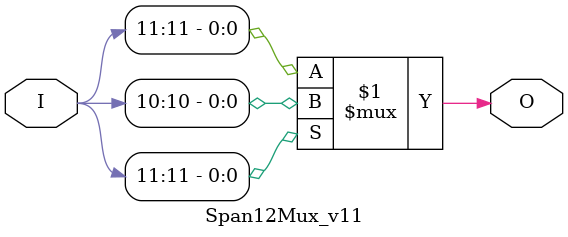
<source format=v>
module Span12Mux_v11(I, O);
  input [11:0] I;
  output O;
  
  assign O = I[11] ? I[10] : I[11];
endmodule
</source>
